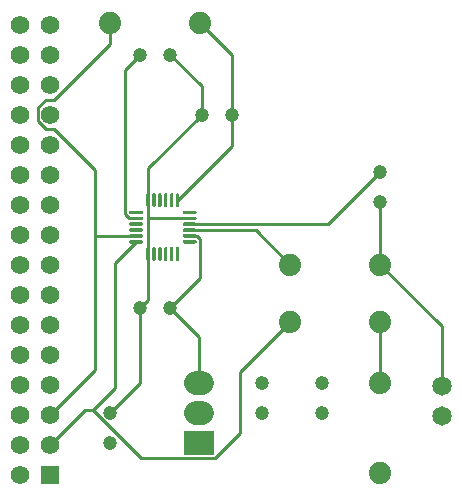
<source format=gtl>
G04 Layer: TopLayer*
G04 EasyEDA v6.3.38, 2020-04-19T01:24:54+01:00*
G04 25926d0f09aa464bb59590b1fa944b2e,2ce125542fee449aab8aeb6989d11efb,10*
G04 Gerber Generator version 0.2*
G04 Scale: 100 percent, Rotated: No, Reflected: No *
G04 Dimensions in inches *
G04 leading zeros omitted , absolute positions ,2 integer and 4 decimal *
%FSLAX24Y24*%
%MOIN*%
G90*
G70D02*

%ADD10C,0.010000*%
%ADD11C,0.074000*%
%ADD12R,0.062000X0.062000*%
%ADD13C,0.062000*%
%ADD14C,0.065000*%
%ADD15C,0.047000*%
%ADD17C,0.078740*%

%LPD*%
G54D10*
G01X5250Y14700D02*
G01X4723Y14173D01*
G01X4723Y9380D01*
G01X4859Y9244D01*
G01X5105Y9244D01*
G01X13250Y10800D02*
G01X11498Y9048D01*
G01X6894Y9048D01*
G01X6250Y14700D02*
G01X7300Y13650D01*
G01X7300Y12700D01*
G01X7300Y12700D02*
G01X5507Y10907D01*
G01X5507Y9844D01*
G01X5250Y6250D02*
G01X5507Y6507D01*
G01X5507Y8055D01*
G01X4250Y2750D02*
G01X5250Y3750D01*
G01X5250Y6250D01*
G01X13250Y9800D02*
G01X13250Y7700D01*
G01X13250Y7700D02*
G01X15300Y5650D01*
G01X15300Y3650D01*
G01X5507Y9244D02*
G01X6894Y9244D01*
G01X5507Y8055D02*
G01X5507Y9244D01*
G01X5507Y9244D02*
G01X5507Y9844D01*
G01X6894Y8851D02*
G01X9098Y8851D01*
G01X10250Y7700D01*
G01X5105Y8655D02*
G01X3730Y8655D01*
G01X3730Y8655D02*
G01X3730Y10842D01*
G01X2365Y12207D01*
G01X2119Y12207D01*
G01X1828Y12500D01*
G01X1828Y12938D01*
G01X2090Y13200D01*
G01X2380Y13200D01*
G01X4250Y15069D01*
G01X4250Y15750D01*
G01X2250Y2700D02*
G01X3730Y4180D01*
G01X3730Y8655D01*
G01X10250Y5800D02*
G01X8580Y4130D01*
G01X8580Y2078D01*
G01X7748Y1244D01*
G01X5265Y1244D01*
G01X3661Y2848D01*
G01X3661Y2848D02*
G01X4398Y3584D01*
G01X4398Y7751D01*
G01X5105Y8457D01*
G01X3661Y2848D02*
G01X3398Y2848D01*
G01X2250Y1700D01*
G01X6250Y6250D02*
G01X7200Y5300D01*
G01X7200Y3750D01*
G01X6894Y8655D02*
G01X7132Y8655D01*
G01X7242Y8546D01*
G01X7242Y7242D01*
G01X6250Y6250D01*
G01X7250Y15750D02*
G01X8300Y14700D01*
G01X8300Y12700D01*
G01X8300Y12700D02*
G01X8300Y11653D01*
G01X6492Y9844D01*
G01X13250Y5800D02*
G01X13250Y3750D01*
G36*
G01X5563Y9663D02*
G01X5562Y9656D01*
G01X5561Y9650D01*
G01X5559Y9643D01*
G01X5556Y9637D01*
G01X5552Y9631D01*
G01X5548Y9626D01*
G01X5542Y9621D01*
G01X5537Y9617D01*
G01X5531Y9613D01*
G01X5524Y9611D01*
G01X5518Y9609D01*
G01X5511Y9608D01*
G01X5504Y9608D01*
G01X5497Y9609D01*
G01X5490Y9611D01*
G01X5484Y9613D01*
G01X5478Y9617D01*
G01X5472Y9621D01*
G01X5467Y9626D01*
G01X5463Y9631D01*
G01X5459Y9637D01*
G01X5456Y9643D01*
G01X5454Y9650D01*
G01X5453Y9656D01*
G01X5452Y9663D01*
G01X5452Y10026D01*
G01X5453Y10032D01*
G01X5454Y10039D01*
G01X5456Y10046D01*
G01X5459Y10052D01*
G01X5463Y10058D01*
G01X5467Y10063D01*
G01X5472Y10068D01*
G01X5478Y10072D01*
G01X5484Y10075D01*
G01X5490Y10078D01*
G01X5497Y10080D01*
G01X5504Y10080D01*
G01X5511Y10080D01*
G01X5518Y10080D01*
G01X5524Y10078D01*
G01X5531Y10075D01*
G01X5537Y10072D01*
G01X5542Y10068D01*
G01X5548Y10063D01*
G01X5552Y10058D01*
G01X5556Y10052D01*
G01X5559Y10046D01*
G01X5561Y10039D01*
G01X5562Y10032D01*
G01X5563Y10026D01*
G01X5563Y9663D01*
G37*
G36*
G01X5759Y9663D02*
G01X5759Y9656D01*
G01X5758Y9650D01*
G01X5755Y9643D01*
G01X5753Y9637D01*
G01X5749Y9631D01*
G01X5744Y9626D01*
G01X5739Y9621D01*
G01X5734Y9617D01*
G01X5728Y9613D01*
G01X5721Y9611D01*
G01X5715Y9609D01*
G01X5708Y9608D01*
G01X5701Y9608D01*
G01X5694Y9609D01*
G01X5687Y9611D01*
G01X5681Y9613D01*
G01X5675Y9617D01*
G01X5669Y9621D01*
G01X5664Y9626D01*
G01X5660Y9631D01*
G01X5656Y9637D01*
G01X5653Y9643D01*
G01X5651Y9650D01*
G01X5650Y9656D01*
G01X5649Y9663D01*
G01X5649Y10026D01*
G01X5650Y10032D01*
G01X5651Y10039D01*
G01X5653Y10046D01*
G01X5656Y10052D01*
G01X5660Y10058D01*
G01X5664Y10063D01*
G01X5669Y10068D01*
G01X5675Y10072D01*
G01X5681Y10075D01*
G01X5687Y10078D01*
G01X5694Y10080D01*
G01X5701Y10080D01*
G01X5708Y10080D01*
G01X5715Y10080D01*
G01X5721Y10078D01*
G01X5728Y10075D01*
G01X5734Y10072D01*
G01X5739Y10068D01*
G01X5744Y10063D01*
G01X5749Y10058D01*
G01X5753Y10052D01*
G01X5755Y10046D01*
G01X5758Y10039D01*
G01X5759Y10032D01*
G01X5759Y10026D01*
G01X5759Y9663D01*
G37*
G36*
G01X5956Y9663D02*
G01X5956Y9656D01*
G01X5955Y9650D01*
G01X5952Y9643D01*
G01X5949Y9637D01*
G01X5946Y9631D01*
G01X5941Y9626D01*
G01X5936Y9621D01*
G01X5931Y9617D01*
G01X5925Y9613D01*
G01X5918Y9611D01*
G01X5911Y9609D01*
G01X5905Y9608D01*
G01X5898Y9608D01*
G01X5891Y9609D01*
G01X5884Y9611D01*
G01X5878Y9613D01*
G01X5871Y9617D01*
G01X5866Y9621D01*
G01X5861Y9626D01*
G01X5857Y9631D01*
G01X5853Y9637D01*
G01X5850Y9643D01*
G01X5848Y9650D01*
G01X5846Y9656D01*
G01X5846Y9663D01*
G01X5846Y10026D01*
G01X5846Y10032D01*
G01X5848Y10039D01*
G01X5850Y10046D01*
G01X5853Y10052D01*
G01X5857Y10058D01*
G01X5861Y10063D01*
G01X5866Y10068D01*
G01X5871Y10072D01*
G01X5878Y10075D01*
G01X5884Y10078D01*
G01X5891Y10080D01*
G01X5898Y10080D01*
G01X5905Y10080D01*
G01X5911Y10080D01*
G01X5918Y10078D01*
G01X5925Y10075D01*
G01X5931Y10072D01*
G01X5936Y10068D01*
G01X5941Y10063D01*
G01X5946Y10058D01*
G01X5949Y10052D01*
G01X5952Y10046D01*
G01X5955Y10039D01*
G01X5956Y10032D01*
G01X5956Y10026D01*
G01X5956Y9663D01*
G37*
G36*
G01X6153Y9663D02*
G01X6153Y9656D01*
G01X6151Y9650D01*
G01X6149Y9643D01*
G01X6146Y9637D01*
G01X6142Y9631D01*
G01X6138Y9626D01*
G01X6133Y9621D01*
G01X6128Y9617D01*
G01X6121Y9613D01*
G01X6115Y9611D01*
G01X6108Y9609D01*
G01X6101Y9608D01*
G01X6094Y9608D01*
G01X6088Y9609D01*
G01X6081Y9611D01*
G01X6075Y9613D01*
G01X6068Y9617D01*
G01X6063Y9621D01*
G01X6058Y9626D01*
G01X6053Y9631D01*
G01X6050Y9637D01*
G01X6047Y9643D01*
G01X6044Y9650D01*
G01X6043Y9656D01*
G01X6043Y9663D01*
G01X6043Y10026D01*
G01X6043Y10032D01*
G01X6044Y10039D01*
G01X6047Y10046D01*
G01X6050Y10052D01*
G01X6053Y10058D01*
G01X6058Y10063D01*
G01X6063Y10068D01*
G01X6068Y10072D01*
G01X6075Y10075D01*
G01X6081Y10078D01*
G01X6088Y10080D01*
G01X6094Y10080D01*
G01X6101Y10080D01*
G01X6108Y10080D01*
G01X6115Y10078D01*
G01X6121Y10075D01*
G01X6128Y10072D01*
G01X6133Y10068D01*
G01X6138Y10063D01*
G01X6142Y10058D01*
G01X6146Y10052D01*
G01X6149Y10046D01*
G01X6151Y10039D01*
G01X6153Y10032D01*
G01X6153Y10026D01*
G01X6153Y9663D01*
G37*
G36*
G01X6350Y9663D02*
G01X6350Y9656D01*
G01X6348Y9650D01*
G01X6346Y9643D01*
G01X6343Y9637D01*
G01X6339Y9631D01*
G01X6335Y9626D01*
G01X6330Y9621D01*
G01X6324Y9617D01*
G01X6318Y9613D01*
G01X6312Y9611D01*
G01X6305Y9609D01*
G01X6298Y9608D01*
G01X6291Y9608D01*
G01X6284Y9609D01*
G01X6278Y9611D01*
G01X6271Y9613D01*
G01X6265Y9617D01*
G01X6260Y9621D01*
G01X6255Y9626D01*
G01X6250Y9631D01*
G01X6246Y9637D01*
G01X6244Y9643D01*
G01X6241Y9650D01*
G01X6240Y9656D01*
G01X6240Y9663D01*
G01X6240Y10026D01*
G01X6240Y10032D01*
G01X6241Y10039D01*
G01X6244Y10046D01*
G01X6246Y10052D01*
G01X6250Y10058D01*
G01X6255Y10063D01*
G01X6260Y10068D01*
G01X6265Y10072D01*
G01X6271Y10075D01*
G01X6278Y10078D01*
G01X6284Y10080D01*
G01X6291Y10080D01*
G01X6298Y10080D01*
G01X6305Y10080D01*
G01X6312Y10078D01*
G01X6318Y10075D01*
G01X6324Y10072D01*
G01X6330Y10068D01*
G01X6335Y10063D01*
G01X6339Y10058D01*
G01X6343Y10052D01*
G01X6346Y10046D01*
G01X6348Y10039D01*
G01X6350Y10032D01*
G01X6350Y10026D01*
G01X6350Y9663D01*
G37*
G36*
G01X6547Y9663D02*
G01X6546Y9656D01*
G01X6545Y9650D01*
G01X6543Y9643D01*
G01X6540Y9637D01*
G01X6536Y9631D01*
G01X6532Y9626D01*
G01X6527Y9621D01*
G01X6521Y9617D01*
G01X6515Y9613D01*
G01X6509Y9611D01*
G01X6502Y9609D01*
G01X6495Y9608D01*
G01X6488Y9608D01*
G01X6481Y9609D01*
G01X6475Y9611D01*
G01X6468Y9613D01*
G01X6462Y9617D01*
G01X6457Y9621D01*
G01X6451Y9626D01*
G01X6447Y9631D01*
G01X6443Y9637D01*
G01X6440Y9643D01*
G01X6438Y9650D01*
G01X6437Y9656D01*
G01X6436Y9663D01*
G01X6436Y10026D01*
G01X6437Y10032D01*
G01X6438Y10039D01*
G01X6440Y10046D01*
G01X6443Y10052D01*
G01X6447Y10058D01*
G01X6451Y10063D01*
G01X6457Y10068D01*
G01X6462Y10072D01*
G01X6468Y10075D01*
G01X6475Y10078D01*
G01X6481Y10080D01*
G01X6488Y10080D01*
G01X6495Y10080D01*
G01X6502Y10080D01*
G01X6509Y10078D01*
G01X6515Y10075D01*
G01X6521Y10072D01*
G01X6527Y10068D01*
G01X6532Y10063D01*
G01X6536Y10058D01*
G01X6540Y10052D01*
G01X6543Y10046D01*
G01X6545Y10039D01*
G01X6546Y10032D01*
G01X6547Y10026D01*
G01X6547Y9663D01*
G37*
G36*
G01X6713Y9386D02*
G01X6706Y9387D01*
G01X6700Y9388D01*
G01X6693Y9390D01*
G01X6687Y9393D01*
G01X6681Y9397D01*
G01X6676Y9401D01*
G01X6671Y9407D01*
G01X6667Y9412D01*
G01X6663Y9418D01*
G01X6661Y9425D01*
G01X6659Y9431D01*
G01X6658Y9438D01*
G01X6658Y9445D01*
G01X6659Y9452D01*
G01X6661Y9459D01*
G01X6663Y9465D01*
G01X6667Y9471D01*
G01X6671Y9477D01*
G01X6676Y9482D01*
G01X6681Y9486D01*
G01X6687Y9490D01*
G01X6693Y9493D01*
G01X6700Y9495D01*
G01X6706Y9496D01*
G01X6713Y9497D01*
G01X7076Y9497D01*
G01X7082Y9496D01*
G01X7089Y9495D01*
G01X7096Y9493D01*
G01X7102Y9490D01*
G01X7108Y9486D01*
G01X7113Y9482D01*
G01X7118Y9477D01*
G01X7122Y9471D01*
G01X7125Y9465D01*
G01X7128Y9459D01*
G01X7130Y9452D01*
G01X7130Y9445D01*
G01X7130Y9438D01*
G01X7130Y9431D01*
G01X7128Y9425D01*
G01X7125Y9418D01*
G01X7122Y9412D01*
G01X7118Y9407D01*
G01X7113Y9401D01*
G01X7108Y9397D01*
G01X7102Y9393D01*
G01X7096Y9390D01*
G01X7089Y9388D01*
G01X7082Y9387D01*
G01X7076Y9386D01*
G01X6713Y9386D01*
G37*
G36*
G01X6713Y9190D02*
G01X6706Y9190D01*
G01X6700Y9191D01*
G01X6693Y9194D01*
G01X6687Y9196D01*
G01X6681Y9200D01*
G01X6676Y9205D01*
G01X6671Y9210D01*
G01X6667Y9215D01*
G01X6663Y9221D01*
G01X6661Y9228D01*
G01X6659Y9234D01*
G01X6658Y9241D01*
G01X6658Y9248D01*
G01X6659Y9255D01*
G01X6661Y9262D01*
G01X6663Y9268D01*
G01X6667Y9274D01*
G01X6671Y9280D01*
G01X6676Y9285D01*
G01X6681Y9289D01*
G01X6687Y9293D01*
G01X6693Y9296D01*
G01X6700Y9298D01*
G01X6706Y9300D01*
G01X6713Y9300D01*
G01X7076Y9300D01*
G01X7082Y9300D01*
G01X7089Y9298D01*
G01X7096Y9296D01*
G01X7102Y9293D01*
G01X7108Y9289D01*
G01X7113Y9285D01*
G01X7118Y9280D01*
G01X7122Y9274D01*
G01X7125Y9268D01*
G01X7128Y9262D01*
G01X7130Y9255D01*
G01X7130Y9248D01*
G01X7130Y9241D01*
G01X7130Y9234D01*
G01X7128Y9228D01*
G01X7125Y9221D01*
G01X7122Y9215D01*
G01X7118Y9210D01*
G01X7113Y9205D01*
G01X7108Y9200D01*
G01X7102Y9196D01*
G01X7096Y9194D01*
G01X7089Y9191D01*
G01X7082Y9190D01*
G01X7076Y9190D01*
G01X6713Y9190D01*
G37*
G36*
G01X6713Y8993D02*
G01X6706Y8993D01*
G01X6700Y8994D01*
G01X6693Y8997D01*
G01X6687Y9000D01*
G01X6681Y9003D01*
G01X6676Y9008D01*
G01X6671Y9013D01*
G01X6667Y9018D01*
G01X6663Y9025D01*
G01X6661Y9031D01*
G01X6659Y9038D01*
G01X6658Y9044D01*
G01X6658Y9051D01*
G01X6659Y9058D01*
G01X6661Y9065D01*
G01X6663Y9071D01*
G01X6667Y9078D01*
G01X6671Y9083D01*
G01X6676Y9088D01*
G01X6681Y9092D01*
G01X6687Y9096D01*
G01X6693Y9099D01*
G01X6700Y9101D01*
G01X6706Y9103D01*
G01X6713Y9103D01*
G01X7076Y9103D01*
G01X7082Y9103D01*
G01X7089Y9101D01*
G01X7096Y9099D01*
G01X7102Y9096D01*
G01X7108Y9092D01*
G01X7113Y9088D01*
G01X7118Y9083D01*
G01X7122Y9078D01*
G01X7125Y9071D01*
G01X7128Y9065D01*
G01X7130Y9058D01*
G01X7130Y9051D01*
G01X7130Y9044D01*
G01X7130Y9038D01*
G01X7128Y9031D01*
G01X7125Y9025D01*
G01X7122Y9018D01*
G01X7118Y9013D01*
G01X7113Y9008D01*
G01X7108Y9003D01*
G01X7102Y9000D01*
G01X7096Y8997D01*
G01X7089Y8994D01*
G01X7082Y8993D01*
G01X7076Y8993D01*
G01X6713Y8993D01*
G37*
G36*
G01X6713Y8796D02*
G01X6706Y8796D01*
G01X6700Y8798D01*
G01X6693Y8800D01*
G01X6687Y8803D01*
G01X6681Y8807D01*
G01X6676Y8811D01*
G01X6671Y8816D01*
G01X6667Y8821D01*
G01X6663Y8828D01*
G01X6661Y8834D01*
G01X6659Y8841D01*
G01X6658Y8848D01*
G01X6658Y8855D01*
G01X6659Y8861D01*
G01X6661Y8868D01*
G01X6663Y8875D01*
G01X6667Y8881D01*
G01X6671Y8886D01*
G01X6676Y8891D01*
G01X6681Y8896D01*
G01X6687Y8899D01*
G01X6693Y8902D01*
G01X6700Y8905D01*
G01X6706Y8906D01*
G01X6713Y8906D01*
G01X7076Y8906D01*
G01X7082Y8906D01*
G01X7089Y8905D01*
G01X7096Y8902D01*
G01X7102Y8899D01*
G01X7108Y8896D01*
G01X7113Y8891D01*
G01X7118Y8886D01*
G01X7122Y8881D01*
G01X7125Y8875D01*
G01X7128Y8868D01*
G01X7130Y8861D01*
G01X7130Y8855D01*
G01X7130Y8848D01*
G01X7130Y8841D01*
G01X7128Y8834D01*
G01X7125Y8828D01*
G01X7122Y8821D01*
G01X7118Y8816D01*
G01X7113Y8811D01*
G01X7108Y8807D01*
G01X7102Y8803D01*
G01X7096Y8800D01*
G01X7089Y8798D01*
G01X7082Y8796D01*
G01X7076Y8796D01*
G01X6713Y8796D01*
G37*
G36*
G01X6713Y8599D02*
G01X6706Y8600D01*
G01X6700Y8601D01*
G01X6693Y8603D01*
G01X6687Y8606D01*
G01X6681Y8610D01*
G01X6676Y8614D01*
G01X6671Y8619D01*
G01X6667Y8625D01*
G01X6663Y8631D01*
G01X6661Y8637D01*
G01X6659Y8644D01*
G01X6658Y8651D01*
G01X6658Y8658D01*
G01X6659Y8665D01*
G01X6661Y8671D01*
G01X6663Y8678D01*
G01X6667Y8684D01*
G01X6671Y8689D01*
G01X6676Y8694D01*
G01X6681Y8699D01*
G01X6687Y8703D01*
G01X6693Y8705D01*
G01X6700Y8708D01*
G01X6706Y8709D01*
G01X6713Y8709D01*
G01X7076Y8709D01*
G01X7082Y8709D01*
G01X7089Y8708D01*
G01X7096Y8705D01*
G01X7102Y8703D01*
G01X7108Y8699D01*
G01X7113Y8694D01*
G01X7118Y8689D01*
G01X7122Y8684D01*
G01X7125Y8678D01*
G01X7128Y8671D01*
G01X7130Y8665D01*
G01X7130Y8658D01*
G01X7130Y8651D01*
G01X7130Y8644D01*
G01X7128Y8637D01*
G01X7125Y8631D01*
G01X7122Y8625D01*
G01X7118Y8619D01*
G01X7113Y8614D01*
G01X7108Y8610D01*
G01X7102Y8606D01*
G01X7096Y8603D01*
G01X7089Y8601D01*
G01X7082Y8600D01*
G01X7076Y8599D01*
G01X6713Y8599D01*
G37*
G36*
G01X6713Y8402D02*
G01X6706Y8403D01*
G01X6700Y8404D01*
G01X6693Y8406D01*
G01X6687Y8409D01*
G01X6681Y8413D01*
G01X6676Y8417D01*
G01X6671Y8422D01*
G01X6667Y8428D01*
G01X6663Y8434D01*
G01X6661Y8440D01*
G01X6659Y8447D01*
G01X6658Y8454D01*
G01X6658Y8461D01*
G01X6659Y8468D01*
G01X6661Y8474D01*
G01X6663Y8481D01*
G01X6667Y8487D01*
G01X6671Y8492D01*
G01X6676Y8498D01*
G01X6681Y8502D01*
G01X6687Y8506D01*
G01X6693Y8509D01*
G01X6700Y8511D01*
G01X6706Y8512D01*
G01X6713Y8513D01*
G01X7076Y8513D01*
G01X7082Y8512D01*
G01X7089Y8511D01*
G01X7096Y8509D01*
G01X7102Y8506D01*
G01X7108Y8502D01*
G01X7113Y8498D01*
G01X7118Y8492D01*
G01X7122Y8487D01*
G01X7125Y8481D01*
G01X7128Y8474D01*
G01X7130Y8468D01*
G01X7130Y8461D01*
G01X7130Y8454D01*
G01X7130Y8447D01*
G01X7128Y8440D01*
G01X7125Y8434D01*
G01X7122Y8428D01*
G01X7118Y8422D01*
G01X7113Y8417D01*
G01X7108Y8413D01*
G01X7102Y8409D01*
G01X7096Y8406D01*
G01X7089Y8404D01*
G01X7082Y8403D01*
G01X7076Y8402D01*
G01X6713Y8402D01*
G37*
G36*
G01X6436Y8236D02*
G01X6437Y8243D01*
G01X6438Y8249D01*
G01X6440Y8256D01*
G01X6443Y8262D01*
G01X6447Y8268D01*
G01X6451Y8273D01*
G01X6457Y8278D01*
G01X6462Y8282D01*
G01X6468Y8286D01*
G01X6475Y8288D01*
G01X6481Y8290D01*
G01X6488Y8291D01*
G01X6495Y8291D01*
G01X6502Y8290D01*
G01X6509Y8288D01*
G01X6515Y8286D01*
G01X6521Y8282D01*
G01X6527Y8278D01*
G01X6532Y8273D01*
G01X6536Y8268D01*
G01X6540Y8262D01*
G01X6543Y8256D01*
G01X6545Y8249D01*
G01X6546Y8243D01*
G01X6547Y8236D01*
G01X6547Y7873D01*
G01X6546Y7867D01*
G01X6545Y7860D01*
G01X6543Y7853D01*
G01X6540Y7847D01*
G01X6536Y7841D01*
G01X6532Y7836D01*
G01X6527Y7831D01*
G01X6521Y7827D01*
G01X6515Y7824D01*
G01X6509Y7821D01*
G01X6502Y7819D01*
G01X6495Y7819D01*
G01X6488Y7819D01*
G01X6481Y7819D01*
G01X6475Y7821D01*
G01X6468Y7824D01*
G01X6462Y7827D01*
G01X6457Y7831D01*
G01X6451Y7836D01*
G01X6447Y7841D01*
G01X6443Y7847D01*
G01X6440Y7853D01*
G01X6438Y7860D01*
G01X6437Y7867D01*
G01X6436Y7873D01*
G01X6436Y8236D01*
G37*
G36*
G01X6240Y8236D02*
G01X6240Y8243D01*
G01X6241Y8249D01*
G01X6244Y8256D01*
G01X6246Y8262D01*
G01X6250Y8268D01*
G01X6255Y8273D01*
G01X6260Y8278D01*
G01X6265Y8282D01*
G01X6271Y8286D01*
G01X6278Y8288D01*
G01X6284Y8290D01*
G01X6291Y8291D01*
G01X6298Y8291D01*
G01X6305Y8290D01*
G01X6312Y8288D01*
G01X6318Y8286D01*
G01X6324Y8282D01*
G01X6330Y8278D01*
G01X6335Y8273D01*
G01X6339Y8268D01*
G01X6343Y8262D01*
G01X6346Y8256D01*
G01X6348Y8249D01*
G01X6350Y8243D01*
G01X6350Y8236D01*
G01X6350Y7873D01*
G01X6350Y7867D01*
G01X6348Y7860D01*
G01X6346Y7853D01*
G01X6343Y7847D01*
G01X6339Y7841D01*
G01X6335Y7836D01*
G01X6330Y7831D01*
G01X6324Y7827D01*
G01X6318Y7824D01*
G01X6312Y7821D01*
G01X6305Y7819D01*
G01X6298Y7819D01*
G01X6291Y7819D01*
G01X6284Y7819D01*
G01X6278Y7821D01*
G01X6271Y7824D01*
G01X6265Y7827D01*
G01X6260Y7831D01*
G01X6255Y7836D01*
G01X6250Y7841D01*
G01X6246Y7847D01*
G01X6244Y7853D01*
G01X6241Y7860D01*
G01X6240Y7867D01*
G01X6240Y7873D01*
G01X6240Y8236D01*
G37*
G36*
G01X6043Y8236D02*
G01X6043Y8243D01*
G01X6044Y8249D01*
G01X6047Y8256D01*
G01X6050Y8262D01*
G01X6053Y8268D01*
G01X6058Y8273D01*
G01X6063Y8278D01*
G01X6068Y8282D01*
G01X6075Y8286D01*
G01X6081Y8288D01*
G01X6088Y8290D01*
G01X6094Y8291D01*
G01X6101Y8291D01*
G01X6108Y8290D01*
G01X6115Y8288D01*
G01X6121Y8286D01*
G01X6128Y8282D01*
G01X6133Y8278D01*
G01X6138Y8273D01*
G01X6142Y8268D01*
G01X6146Y8262D01*
G01X6149Y8256D01*
G01X6151Y8249D01*
G01X6153Y8243D01*
G01X6153Y8236D01*
G01X6153Y7873D01*
G01X6153Y7867D01*
G01X6151Y7860D01*
G01X6149Y7853D01*
G01X6146Y7847D01*
G01X6142Y7841D01*
G01X6138Y7836D01*
G01X6133Y7831D01*
G01X6128Y7827D01*
G01X6121Y7824D01*
G01X6115Y7821D01*
G01X6108Y7819D01*
G01X6101Y7819D01*
G01X6094Y7819D01*
G01X6088Y7819D01*
G01X6081Y7821D01*
G01X6075Y7824D01*
G01X6068Y7827D01*
G01X6063Y7831D01*
G01X6058Y7836D01*
G01X6053Y7841D01*
G01X6050Y7847D01*
G01X6047Y7853D01*
G01X6044Y7860D01*
G01X6043Y7867D01*
G01X6043Y7873D01*
G01X6043Y8236D01*
G37*
G36*
G01X5846Y8236D02*
G01X5846Y8243D01*
G01X5848Y8249D01*
G01X5850Y8256D01*
G01X5853Y8262D01*
G01X5857Y8268D01*
G01X5861Y8273D01*
G01X5866Y8278D01*
G01X5871Y8282D01*
G01X5878Y8286D01*
G01X5884Y8288D01*
G01X5891Y8290D01*
G01X5898Y8291D01*
G01X5905Y8291D01*
G01X5911Y8290D01*
G01X5918Y8288D01*
G01X5925Y8286D01*
G01X5931Y8282D01*
G01X5936Y8278D01*
G01X5941Y8273D01*
G01X5946Y8268D01*
G01X5949Y8262D01*
G01X5952Y8256D01*
G01X5955Y8249D01*
G01X5956Y8243D01*
G01X5956Y8236D01*
G01X5956Y7873D01*
G01X5956Y7867D01*
G01X5955Y7860D01*
G01X5952Y7853D01*
G01X5949Y7847D01*
G01X5946Y7841D01*
G01X5941Y7836D01*
G01X5936Y7831D01*
G01X5931Y7827D01*
G01X5925Y7824D01*
G01X5918Y7821D01*
G01X5911Y7819D01*
G01X5905Y7819D01*
G01X5898Y7819D01*
G01X5891Y7819D01*
G01X5884Y7821D01*
G01X5878Y7824D01*
G01X5871Y7827D01*
G01X5866Y7831D01*
G01X5861Y7836D01*
G01X5857Y7841D01*
G01X5853Y7847D01*
G01X5850Y7853D01*
G01X5848Y7860D01*
G01X5846Y7867D01*
G01X5846Y7873D01*
G01X5846Y8236D01*
G37*
G36*
G01X5649Y8236D02*
G01X5650Y8243D01*
G01X5651Y8249D01*
G01X5653Y8256D01*
G01X5656Y8262D01*
G01X5660Y8268D01*
G01X5664Y8273D01*
G01X5669Y8278D01*
G01X5675Y8282D01*
G01X5681Y8286D01*
G01X5687Y8288D01*
G01X5694Y8290D01*
G01X5701Y8291D01*
G01X5708Y8291D01*
G01X5715Y8290D01*
G01X5721Y8288D01*
G01X5728Y8286D01*
G01X5734Y8282D01*
G01X5739Y8278D01*
G01X5744Y8273D01*
G01X5749Y8268D01*
G01X5753Y8262D01*
G01X5755Y8256D01*
G01X5758Y8249D01*
G01X5759Y8243D01*
G01X5759Y8236D01*
G01X5759Y7873D01*
G01X5759Y7867D01*
G01X5758Y7860D01*
G01X5755Y7853D01*
G01X5753Y7847D01*
G01X5749Y7841D01*
G01X5744Y7836D01*
G01X5739Y7831D01*
G01X5734Y7827D01*
G01X5728Y7824D01*
G01X5721Y7821D01*
G01X5715Y7819D01*
G01X5708Y7819D01*
G01X5701Y7819D01*
G01X5694Y7819D01*
G01X5687Y7821D01*
G01X5681Y7824D01*
G01X5675Y7827D01*
G01X5669Y7831D01*
G01X5664Y7836D01*
G01X5660Y7841D01*
G01X5656Y7847D01*
G01X5653Y7853D01*
G01X5651Y7860D01*
G01X5650Y7867D01*
G01X5649Y7873D01*
G01X5649Y8236D01*
G37*
G36*
G01X5452Y8236D02*
G01X5453Y8243D01*
G01X5454Y8249D01*
G01X5456Y8256D01*
G01X5459Y8262D01*
G01X5463Y8268D01*
G01X5467Y8273D01*
G01X5472Y8278D01*
G01X5478Y8282D01*
G01X5484Y8286D01*
G01X5490Y8288D01*
G01X5497Y8290D01*
G01X5504Y8291D01*
G01X5511Y8291D01*
G01X5518Y8290D01*
G01X5524Y8288D01*
G01X5531Y8286D01*
G01X5537Y8282D01*
G01X5542Y8278D01*
G01X5548Y8273D01*
G01X5552Y8268D01*
G01X5556Y8262D01*
G01X5559Y8256D01*
G01X5561Y8249D01*
G01X5562Y8243D01*
G01X5563Y8236D01*
G01X5563Y7873D01*
G01X5562Y7867D01*
G01X5561Y7860D01*
G01X5559Y7853D01*
G01X5556Y7847D01*
G01X5552Y7841D01*
G01X5548Y7836D01*
G01X5542Y7831D01*
G01X5537Y7827D01*
G01X5531Y7824D01*
G01X5524Y7821D01*
G01X5518Y7819D01*
G01X5511Y7819D01*
G01X5504Y7819D01*
G01X5497Y7819D01*
G01X5490Y7821D01*
G01X5484Y7824D01*
G01X5478Y7827D01*
G01X5472Y7831D01*
G01X5467Y7836D01*
G01X5463Y7841D01*
G01X5459Y7847D01*
G01X5456Y7853D01*
G01X5454Y7860D01*
G01X5453Y7867D01*
G01X5452Y7873D01*
G01X5452Y8236D01*
G37*
G36*
G01X5286Y8513D02*
G01X5293Y8512D01*
G01X5299Y8511D01*
G01X5306Y8509D01*
G01X5312Y8506D01*
G01X5318Y8502D01*
G01X5323Y8498D01*
G01X5328Y8492D01*
G01X5332Y8487D01*
G01X5336Y8481D01*
G01X5338Y8474D01*
G01X5340Y8468D01*
G01X5341Y8461D01*
G01X5341Y8454D01*
G01X5340Y8447D01*
G01X5338Y8440D01*
G01X5336Y8434D01*
G01X5332Y8428D01*
G01X5328Y8422D01*
G01X5323Y8417D01*
G01X5318Y8413D01*
G01X5312Y8409D01*
G01X5306Y8406D01*
G01X5299Y8404D01*
G01X5293Y8403D01*
G01X5286Y8402D01*
G01X4923Y8402D01*
G01X4917Y8403D01*
G01X4910Y8404D01*
G01X4903Y8406D01*
G01X4897Y8409D01*
G01X4891Y8413D01*
G01X4886Y8417D01*
G01X4881Y8422D01*
G01X4877Y8428D01*
G01X4874Y8434D01*
G01X4871Y8440D01*
G01X4869Y8447D01*
G01X4869Y8454D01*
G01X4869Y8461D01*
G01X4869Y8468D01*
G01X4871Y8474D01*
G01X4874Y8481D01*
G01X4877Y8487D01*
G01X4881Y8492D01*
G01X4886Y8498D01*
G01X4891Y8502D01*
G01X4897Y8506D01*
G01X4903Y8509D01*
G01X4910Y8511D01*
G01X4917Y8512D01*
G01X4923Y8513D01*
G01X5286Y8513D01*
G37*
G36*
G01X5286Y8709D02*
G01X5293Y8709D01*
G01X5299Y8708D01*
G01X5306Y8705D01*
G01X5312Y8703D01*
G01X5318Y8699D01*
G01X5323Y8694D01*
G01X5328Y8689D01*
G01X5332Y8684D01*
G01X5336Y8678D01*
G01X5338Y8671D01*
G01X5340Y8665D01*
G01X5341Y8658D01*
G01X5341Y8651D01*
G01X5340Y8644D01*
G01X5338Y8637D01*
G01X5336Y8631D01*
G01X5332Y8625D01*
G01X5328Y8619D01*
G01X5323Y8614D01*
G01X5318Y8610D01*
G01X5312Y8606D01*
G01X5306Y8603D01*
G01X5299Y8601D01*
G01X5293Y8600D01*
G01X5286Y8599D01*
G01X4923Y8599D01*
G01X4917Y8600D01*
G01X4910Y8601D01*
G01X4903Y8603D01*
G01X4897Y8606D01*
G01X4891Y8610D01*
G01X4886Y8614D01*
G01X4881Y8619D01*
G01X4877Y8625D01*
G01X4874Y8631D01*
G01X4871Y8637D01*
G01X4869Y8644D01*
G01X4869Y8651D01*
G01X4869Y8658D01*
G01X4869Y8665D01*
G01X4871Y8671D01*
G01X4874Y8678D01*
G01X4877Y8684D01*
G01X4881Y8689D01*
G01X4886Y8694D01*
G01X4891Y8699D01*
G01X4897Y8703D01*
G01X4903Y8705D01*
G01X4910Y8708D01*
G01X4917Y8709D01*
G01X4923Y8709D01*
G01X5286Y8709D01*
G37*
G36*
G01X5286Y8906D02*
G01X5293Y8906D01*
G01X5299Y8905D01*
G01X5306Y8902D01*
G01X5312Y8899D01*
G01X5318Y8896D01*
G01X5323Y8891D01*
G01X5328Y8886D01*
G01X5332Y8881D01*
G01X5336Y8875D01*
G01X5338Y8868D01*
G01X5340Y8861D01*
G01X5341Y8855D01*
G01X5341Y8848D01*
G01X5340Y8841D01*
G01X5338Y8834D01*
G01X5336Y8828D01*
G01X5332Y8821D01*
G01X5328Y8816D01*
G01X5323Y8811D01*
G01X5318Y8807D01*
G01X5312Y8803D01*
G01X5306Y8800D01*
G01X5299Y8798D01*
G01X5293Y8796D01*
G01X5286Y8796D01*
G01X4923Y8796D01*
G01X4917Y8796D01*
G01X4910Y8798D01*
G01X4903Y8800D01*
G01X4897Y8803D01*
G01X4891Y8807D01*
G01X4886Y8811D01*
G01X4881Y8816D01*
G01X4877Y8821D01*
G01X4874Y8828D01*
G01X4871Y8834D01*
G01X4869Y8841D01*
G01X4869Y8848D01*
G01X4869Y8855D01*
G01X4869Y8861D01*
G01X4871Y8868D01*
G01X4874Y8875D01*
G01X4877Y8881D01*
G01X4881Y8886D01*
G01X4886Y8891D01*
G01X4891Y8896D01*
G01X4897Y8899D01*
G01X4903Y8902D01*
G01X4910Y8905D01*
G01X4917Y8906D01*
G01X4923Y8906D01*
G01X5286Y8906D01*
G37*
G36*
G01X5286Y9103D02*
G01X5293Y9103D01*
G01X5299Y9101D01*
G01X5306Y9099D01*
G01X5312Y9096D01*
G01X5318Y9092D01*
G01X5323Y9088D01*
G01X5328Y9083D01*
G01X5332Y9078D01*
G01X5336Y9071D01*
G01X5338Y9065D01*
G01X5340Y9058D01*
G01X5341Y9051D01*
G01X5341Y9044D01*
G01X5340Y9038D01*
G01X5338Y9031D01*
G01X5336Y9025D01*
G01X5332Y9018D01*
G01X5328Y9013D01*
G01X5323Y9008D01*
G01X5318Y9003D01*
G01X5312Y9000D01*
G01X5306Y8997D01*
G01X5299Y8994D01*
G01X5293Y8993D01*
G01X5286Y8993D01*
G01X4923Y8993D01*
G01X4917Y8993D01*
G01X4910Y8994D01*
G01X4903Y8997D01*
G01X4897Y9000D01*
G01X4891Y9003D01*
G01X4886Y9008D01*
G01X4881Y9013D01*
G01X4877Y9018D01*
G01X4874Y9025D01*
G01X4871Y9031D01*
G01X4869Y9038D01*
G01X4869Y9044D01*
G01X4869Y9051D01*
G01X4869Y9058D01*
G01X4871Y9065D01*
G01X4874Y9071D01*
G01X4877Y9078D01*
G01X4881Y9083D01*
G01X4886Y9088D01*
G01X4891Y9092D01*
G01X4897Y9096D01*
G01X4903Y9099D01*
G01X4910Y9101D01*
G01X4917Y9103D01*
G01X4923Y9103D01*
G01X5286Y9103D01*
G37*
G36*
G01X5286Y9300D02*
G01X5293Y9300D01*
G01X5299Y9298D01*
G01X5306Y9296D01*
G01X5312Y9293D01*
G01X5318Y9289D01*
G01X5323Y9285D01*
G01X5328Y9280D01*
G01X5332Y9274D01*
G01X5336Y9268D01*
G01X5338Y9262D01*
G01X5340Y9255D01*
G01X5341Y9248D01*
G01X5341Y9241D01*
G01X5340Y9234D01*
G01X5338Y9228D01*
G01X5336Y9221D01*
G01X5332Y9215D01*
G01X5328Y9210D01*
G01X5323Y9205D01*
G01X5318Y9200D01*
G01X5312Y9196D01*
G01X5306Y9194D01*
G01X5299Y9191D01*
G01X5293Y9190D01*
G01X5286Y9190D01*
G01X4923Y9190D01*
G01X4917Y9190D01*
G01X4910Y9191D01*
G01X4903Y9194D01*
G01X4897Y9196D01*
G01X4891Y9200D01*
G01X4886Y9205D01*
G01X4881Y9210D01*
G01X4877Y9215D01*
G01X4874Y9221D01*
G01X4871Y9228D01*
G01X4869Y9234D01*
G01X4869Y9241D01*
G01X4869Y9248D01*
G01X4869Y9255D01*
G01X4871Y9262D01*
G01X4874Y9268D01*
G01X4877Y9274D01*
G01X4881Y9280D01*
G01X4886Y9285D01*
G01X4891Y9289D01*
G01X4897Y9293D01*
G01X4903Y9296D01*
G01X4910Y9298D01*
G01X4917Y9300D01*
G01X4923Y9300D01*
G01X5286Y9300D01*
G37*
G36*
G01X5286Y9497D02*
G01X5293Y9496D01*
G01X5299Y9495D01*
G01X5306Y9493D01*
G01X5312Y9490D01*
G01X5318Y9486D01*
G01X5323Y9482D01*
G01X5328Y9477D01*
G01X5332Y9471D01*
G01X5336Y9465D01*
G01X5338Y9459D01*
G01X5340Y9452D01*
G01X5341Y9445D01*
G01X5341Y9438D01*
G01X5340Y9431D01*
G01X5338Y9425D01*
G01X5336Y9418D01*
G01X5332Y9412D01*
G01X5328Y9407D01*
G01X5323Y9401D01*
G01X5318Y9397D01*
G01X5312Y9393D01*
G01X5306Y9390D01*
G01X5299Y9388D01*
G01X5293Y9387D01*
G01X5286Y9386D01*
G01X4923Y9386D01*
G01X4917Y9387D01*
G01X4910Y9388D01*
G01X4903Y9390D01*
G01X4897Y9393D01*
G01X4891Y9397D01*
G01X4886Y9401D01*
G01X4881Y9407D01*
G01X4877Y9412D01*
G01X4874Y9418D01*
G01X4871Y9425D01*
G01X4869Y9431D01*
G01X4869Y9438D01*
G01X4869Y9445D01*
G01X4869Y9452D01*
G01X4871Y9459D01*
G01X4874Y9465D01*
G01X4877Y9471D01*
G01X4881Y9477D01*
G01X4886Y9482D01*
G01X4891Y9486D01*
G01X4897Y9490D01*
G01X4903Y9493D01*
G01X4910Y9495D01*
G01X4917Y9496D01*
G01X4923Y9497D01*
G01X5286Y9497D01*
G37*
G54D11*
G01X13250Y3750D03*
G01X13250Y750D03*
G01X10250Y5800D03*
G01X13250Y5800D03*
G01X4250Y15750D03*
G01X7250Y15750D03*
G01X10250Y7700D03*
G01X13250Y7700D03*
G54D12*
G01X2250Y700D03*
G54D13*
G01X1250Y700D03*
G01X2250Y1700D03*
G01X1250Y1700D03*
G01X2250Y2700D03*
G01X1250Y2700D03*
G01X2250Y3700D03*
G01X1250Y3700D03*
G01X2250Y4700D03*
G01X1250Y4700D03*
G01X2250Y5700D03*
G01X1250Y5700D03*
G01X2250Y6700D03*
G01X1250Y6700D03*
G01X2250Y7700D03*
G01X1250Y7700D03*
G01X2250Y8700D03*
G01X1250Y8700D03*
G01X2250Y9700D03*
G01X1250Y9700D03*
G01X2250Y10700D03*
G01X1250Y10700D03*
G01X2250Y11700D03*
G01X1250Y11700D03*
G01X2250Y12700D03*
G01X1250Y12700D03*
G01X2250Y13700D03*
G01X1250Y13700D03*
G01X2250Y14700D03*
G01X1250Y14700D03*
G01X2250Y15700D03*
G01X1250Y15700D03*
G54D14*
G01X15300Y2650D03*
G01X15300Y3650D03*
G54D15*
G01X4250Y2750D03*
G01X4250Y1750D03*
G01X9300Y2750D03*
G01X9300Y3750D03*
G01X11300Y2750D03*
G01X11300Y3750D03*
G01X6250Y6250D03*
G01X5250Y6250D03*
G01X13250Y10800D03*
G01X13250Y9800D03*
G01X7300Y12700D03*
G01X8300Y12700D03*
G01X5250Y14700D03*
G01X6250Y14700D03*
G36*
G01X6707Y1355D02*
G01X6707Y2144D01*
G01X7692Y2144D01*
G01X7692Y1355D01*
G01X6707Y1355D01*
G37*
G54D17*
G01X7101Y2750D02*
G01X7298Y2750D01*
G01X7101Y3750D02*
G01X7298Y3750D01*
M00*
M02*

</source>
